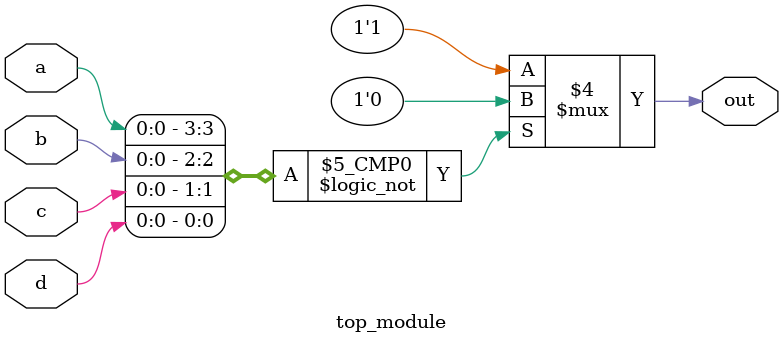
<source format=sv>
module top_module (
  input a,
  input b,
  input c,
  input d,
  output reg out
);

  always @* begin  // Fix: Changed sensitivity list from @(*) to @*
    case ({a, b, c, d})
      4'b0000: out = 1'b0;
      4'b1111: out = 1'b1;
      default: out = 1'b1; // Fix: Changed default output to 1 instead of 0
    endcase
  end

endmodule

</source>
